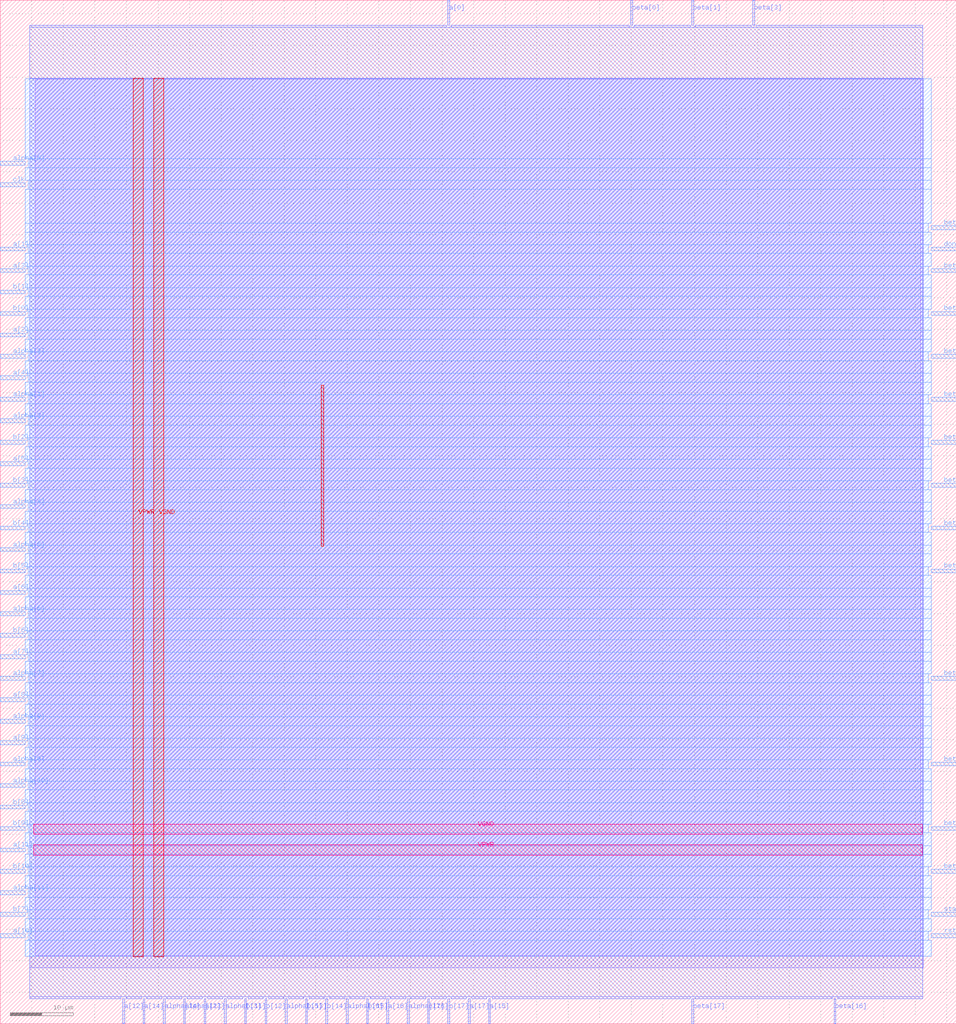
<source format=lef>
VERSION 5.7 ;
  NOWIREEXTENSIONATPIN ON ;
  DIVIDERCHAR "/" ;
  BUSBITCHARS "[]" ;
MACRO clarke
  CLASS BLOCK ;
  FOREIGN clarke ;
  ORIGIN 0.000 0.000 ;
  SIZE 151.470 BY 162.190 ;
  PIN VGND
    DIRECTION INOUT ;
    USE GROUND ;
    PORT
      LAYER met4 ;
        RECT 24.340 10.640 25.940 149.840 ;
    END
    PORT
      LAYER met5 ;
        RECT 5.280 30.030 146.060 31.630 ;
    END
  END VGND
  PIN VPWR
    DIRECTION INOUT ;
    USE POWER ;
    PORT
      LAYER met4 ;
        RECT 21.040 10.640 22.640 149.840 ;
    END
    PORT
      LAYER met5 ;
        RECT 5.280 26.730 146.060 28.330 ;
    END
  END VPWR
  PIN a[0]
    DIRECTION INPUT ;
    USE SIGNAL ;
    ANTENNAGATEAREA 0.126000 ;
    PORT
      LAYER met2 ;
        RECT 70.930 158.190 71.210 162.190 ;
    END
  END a[0]
  PIN a[10]
    DIRECTION INPUT ;
    USE SIGNAL ;
    ANTENNAGATEAREA 0.196500 ;
    PORT
      LAYER met3 ;
        RECT 0.000 13.640 4.000 14.240 ;
    END
  END a[10]
  PIN a[11]
    DIRECTION INPUT ;
    USE SIGNAL ;
    ANTENNAGATEAREA 0.196500 ;
    PORT
      LAYER met3 ;
        RECT 0.000 27.240 4.000 27.840 ;
    END
  END a[11]
  PIN a[12]
    DIRECTION INPUT ;
    USE SIGNAL ;
    ANTENNAGATEAREA 0.196500 ;
    PORT
      LAYER met2 ;
        RECT 19.410 0.000 19.690 4.000 ;
    END
  END a[12]
  PIN a[13]
    DIRECTION INPUT ;
    USE SIGNAL ;
    ANTENNAGATEAREA 0.196500 ;
    PORT
      LAYER met2 ;
        RECT 32.290 0.000 32.570 4.000 ;
    END
  END a[13]
  PIN a[14]
    DIRECTION INPUT ;
    USE SIGNAL ;
    ANTENNAGATEAREA 0.196500 ;
    PORT
      LAYER met2 ;
        RECT 22.630 0.000 22.910 4.000 ;
    END
  END a[14]
  PIN a[15]
    DIRECTION INPUT ;
    USE SIGNAL ;
    ANTENNAGATEAREA 0.196500 ;
    PORT
      LAYER met2 ;
        RECT 77.370 0.000 77.650 4.000 ;
    END
  END a[15]
  PIN a[16]
    DIRECTION INPUT ;
    USE SIGNAL ;
    ANTENNAGATEAREA 0.196500 ;
    PORT
      LAYER met2 ;
        RECT 61.270 0.000 61.550 4.000 ;
    END
  END a[16]
  PIN a[17]
    DIRECTION INPUT ;
    USE SIGNAL ;
    ANTENNAGATEAREA 0.213000 ;
    PORT
      LAYER met2 ;
        RECT 74.150 0.000 74.430 4.000 ;
    END
  END a[17]
  PIN a[1]
    DIRECTION INPUT ;
    USE SIGNAL ;
    ANTENNAGATEAREA 0.196500 ;
    PORT
      LAYER met3 ;
        RECT 0.000 122.440 4.000 123.040 ;
    END
  END a[1]
  PIN a[2]
    DIRECTION INPUT ;
    USE SIGNAL ;
    ANTENNAGATEAREA 0.495000 ;
    PORT
      LAYER met3 ;
        RECT 0.000 108.840 4.000 109.440 ;
    END
  END a[2]
  PIN a[3]
    DIRECTION INPUT ;
    USE SIGNAL ;
    ANTENNAGATEAREA 0.196500 ;
    PORT
      LAYER met3 ;
        RECT 0.000 119.040 4.000 119.640 ;
    END
  END a[3]
  PIN a[4]
    DIRECTION INPUT ;
    USE SIGNAL ;
    ANTENNAGATEAREA 0.196500 ;
    PORT
      LAYER met3 ;
        RECT 0.000 102.040 4.000 102.640 ;
    END
  END a[4]
  PIN a[5]
    DIRECTION INPUT ;
    USE SIGNAL ;
    ANTENNAGATEAREA 0.196500 ;
    PORT
      LAYER met3 ;
        RECT 0.000 88.440 4.000 89.040 ;
    END
  END a[5]
  PIN a[6]
    DIRECTION INPUT ;
    USE SIGNAL ;
    ANTENNAGATEAREA 0.196500 ;
    PORT
      LAYER met3 ;
        RECT 0.000 68.040 4.000 68.640 ;
    END
  END a[6]
  PIN a[7]
    DIRECTION INPUT ;
    USE SIGNAL ;
    ANTENNAGATEAREA 0.196500 ;
    PORT
      LAYER met3 ;
        RECT 0.000 57.840 4.000 58.440 ;
    END
  END a[7]
  PIN a[8]
    DIRECTION INPUT ;
    USE SIGNAL ;
    ANTENNAGATEAREA 0.196500 ;
    PORT
      LAYER met3 ;
        RECT 0.000 51.040 4.000 51.640 ;
    END
  END a[8]
  PIN a[9]
    DIRECTION INPUT ;
    USE SIGNAL ;
    ANTENNAGATEAREA 0.196500 ;
    PORT
      LAYER met3 ;
        RECT 0.000 44.240 4.000 44.840 ;
    END
  END a[9]
  PIN alpha[0]
    DIRECTION OUTPUT ;
    USE SIGNAL ;
    ANTENNADIFFAREA 0.795200 ;
    PORT
      LAYER met3 ;
        RECT 0.000 136.040 4.000 136.640 ;
    END
  END alpha[0]
  PIN alpha[10]
    DIRECTION OUTPUT ;
    USE SIGNAL ;
    ANTENNADIFFAREA 0.795200 ;
    PORT
      LAYER met3 ;
        RECT 0.000 37.440 4.000 38.040 ;
    END
  END alpha[10]
  PIN alpha[11]
    DIRECTION OUTPUT ;
    USE SIGNAL ;
    ANTENNADIFFAREA 0.795200 ;
    PORT
      LAYER met3 ;
        RECT 0.000 20.440 4.000 21.040 ;
    END
  END alpha[11]
  PIN alpha[12]
    DIRECTION OUTPUT ;
    USE SIGNAL ;
    ANTENNADIFFAREA 0.795200 ;
    PORT
      LAYER met2 ;
        RECT 29.070 0.000 29.350 4.000 ;
    END
  END alpha[12]
  PIN alpha[13]
    DIRECTION OUTPUT ;
    USE SIGNAL ;
    ANTENNADIFFAREA 0.795200 ;
    PORT
      LAYER met2 ;
        RECT 35.510 0.000 35.790 4.000 ;
    END
  END alpha[13]
  PIN alpha[14]
    DIRECTION OUTPUT ;
    USE SIGNAL ;
    ANTENNADIFFAREA 0.795200 ;
    PORT
      LAYER met2 ;
        RECT 25.850 0.000 26.130 4.000 ;
    END
  END alpha[14]
  PIN alpha[15]
    DIRECTION OUTPUT ;
    USE SIGNAL ;
    ANTENNADIFFAREA 0.795200 ;
    PORT
      LAYER met2 ;
        RECT 45.170 0.000 45.450 4.000 ;
    END
  END alpha[15]
  PIN alpha[16]
    DIRECTION OUTPUT ;
    USE SIGNAL ;
    ANTENNADIFFAREA 0.795200 ;
    PORT
      LAYER met2 ;
        RECT 54.830 0.000 55.110 4.000 ;
    END
  END alpha[16]
  PIN alpha[17]
    DIRECTION OUTPUT ;
    USE SIGNAL ;
    ANTENNADIFFAREA 0.795200 ;
    PORT
      LAYER met2 ;
        RECT 64.490 0.000 64.770 4.000 ;
    END
  END alpha[17]
  PIN alpha[1]
    DIRECTION OUTPUT ;
    USE SIGNAL ;
    ANTENNADIFFAREA 0.795200 ;
    PORT
      LAYER met3 ;
        RECT 0.000 98.640 4.000 99.240 ;
    END
  END alpha[1]
  PIN alpha[2]
    DIRECTION OUTPUT ;
    USE SIGNAL ;
    ANTENNADIFFAREA 0.795200 ;
    PORT
      LAYER met3 ;
        RECT 0.000 105.440 4.000 106.040 ;
    END
  END alpha[2]
  PIN alpha[3]
    DIRECTION OUTPUT ;
    USE SIGNAL ;
    ANTENNADIFFAREA 0.795200 ;
    PORT
      LAYER met3 ;
        RECT 0.000 95.240 4.000 95.840 ;
    END
  END alpha[3]
  PIN alpha[4]
    DIRECTION OUTPUT ;
    USE SIGNAL ;
    ANTENNADIFFAREA 0.795200 ;
    PORT
      LAYER met3 ;
        RECT 0.000 81.640 4.000 82.240 ;
    END
  END alpha[4]
  PIN alpha[5]
    DIRECTION OUTPUT ;
    USE SIGNAL ;
    ANTENNADIFFAREA 0.795200 ;
    PORT
      LAYER met3 ;
        RECT 0.000 74.840 4.000 75.440 ;
    END
  END alpha[5]
  PIN alpha[6]
    DIRECTION OUTPUT ;
    USE SIGNAL ;
    ANTENNADIFFAREA 0.795200 ;
    PORT
      LAYER met3 ;
        RECT 0.000 64.640 4.000 65.240 ;
    END
  END alpha[6]
  PIN alpha[7]
    DIRECTION OUTPUT ;
    USE SIGNAL ;
    ANTENNADIFFAREA 0.795200 ;
    PORT
      LAYER met3 ;
        RECT 0.000 54.440 4.000 55.040 ;
    END
  END alpha[7]
  PIN alpha[8]
    DIRECTION OUTPUT ;
    USE SIGNAL ;
    ANTENNADIFFAREA 0.795200 ;
    PORT
      LAYER met3 ;
        RECT 0.000 40.840 4.000 41.440 ;
    END
  END alpha[8]
  PIN alpha[9]
    DIRECTION OUTPUT ;
    USE SIGNAL ;
    ANTENNADIFFAREA 0.795200 ;
    PORT
      LAYER met3 ;
        RECT 0.000 47.640 4.000 48.240 ;
    END
  END alpha[9]
  PIN b[0]
    DIRECTION INPUT ;
    USE SIGNAL ;
    ANTENNAGATEAREA 0.196500 ;
    PORT
      LAYER met3 ;
        RECT 0.000 112.240 4.000 112.840 ;
    END
  END b[0]
  PIN b[10]
    DIRECTION INPUT ;
    USE SIGNAL ;
    ANTENNAGATEAREA 0.196500 ;
    PORT
      LAYER met3 ;
        RECT 0.000 23.840 4.000 24.440 ;
    END
  END b[10]
  PIN b[11]
    DIRECTION INPUT ;
    USE SIGNAL ;
    ANTENNAGATEAREA 0.196500 ;
    PORT
      LAYER met2 ;
        RECT 38.730 0.000 39.010 4.000 ;
    END
  END b[11]
  PIN b[12]
    DIRECTION INPUT ;
    USE SIGNAL ;
    ANTENNAGATEAREA 0.196500 ;
    PORT
      LAYER met2 ;
        RECT 41.950 0.000 42.230 4.000 ;
    END
  END b[12]
  PIN b[13]
    DIRECTION INPUT ;
    USE SIGNAL ;
    ANTENNAGATEAREA 0.196500 ;
    PORT
      LAYER met2 ;
        RECT 48.390 0.000 48.670 4.000 ;
    END
  END b[13]
  PIN b[14]
    DIRECTION INPUT ;
    USE SIGNAL ;
    ANTENNAGATEAREA 0.196500 ;
    PORT
      LAYER met2 ;
        RECT 51.610 0.000 51.890 4.000 ;
    END
  END b[14]
  PIN b[15]
    DIRECTION INPUT ;
    USE SIGNAL ;
    ANTENNAGATEAREA 0.196500 ;
    PORT
      LAYER met2 ;
        RECT 58.050 0.000 58.330 4.000 ;
    END
  END b[15]
  PIN b[16]
    DIRECTION INPUT ;
    USE SIGNAL ;
    ANTENNAGATEAREA 0.196500 ;
    PORT
      LAYER met2 ;
        RECT 67.710 0.000 67.990 4.000 ;
    END
  END b[16]
  PIN b[17]
    DIRECTION INPUT ;
    USE SIGNAL ;
    ANTENNAGATEAREA 0.196500 ;
    PORT
      LAYER met2 ;
        RECT 70.930 0.000 71.210 4.000 ;
    END
  END b[17]
  PIN b[1]
    DIRECTION INPUT ;
    USE SIGNAL ;
    ANTENNAGATEAREA 0.495000 ;
    PORT
      LAYER met3 ;
        RECT 0.000 115.640 4.000 116.240 ;
    END
  END b[1]
  PIN b[2]
    DIRECTION INPUT ;
    USE SIGNAL ;
    ANTENNAGATEAREA 0.196500 ;
    PORT
      LAYER met3 ;
        RECT 0.000 91.840 4.000 92.440 ;
    END
  END b[2]
  PIN b[3]
    DIRECTION INPUT ;
    USE SIGNAL ;
    ANTENNAGATEAREA 0.196500 ;
    PORT
      LAYER met3 ;
        RECT 0.000 85.040 4.000 85.640 ;
    END
  END b[3]
  PIN b[4]
    DIRECTION INPUT ;
    USE SIGNAL ;
    ANTENNAGATEAREA 0.196500 ;
    PORT
      LAYER met3 ;
        RECT 0.000 78.240 4.000 78.840 ;
    END
  END b[4]
  PIN b[5]
    DIRECTION INPUT ;
    USE SIGNAL ;
    ANTENNAGATEAREA 0.196500 ;
    PORT
      LAYER met3 ;
        RECT 0.000 71.440 4.000 72.040 ;
    END
  END b[5]
  PIN b[6]
    DIRECTION INPUT ;
    USE SIGNAL ;
    ANTENNAGATEAREA 0.196500 ;
    PORT
      LAYER met3 ;
        RECT 0.000 61.240 4.000 61.840 ;
    END
  END b[6]
  PIN b[7]
    DIRECTION INPUT ;
    USE SIGNAL ;
    ANTENNAGATEAREA 0.196500 ;
    PORT
      LAYER met3 ;
        RECT 0.000 17.040 4.000 17.640 ;
    END
  END b[7]
  PIN b[8]
    DIRECTION INPUT ;
    USE SIGNAL ;
    ANTENNAGATEAREA 0.196500 ;
    PORT
      LAYER met3 ;
        RECT 0.000 34.040 4.000 34.640 ;
    END
  END b[8]
  PIN b[9]
    DIRECTION INPUT ;
    USE SIGNAL ;
    ANTENNAGATEAREA 0.196500 ;
    PORT
      LAYER met3 ;
        RECT 0.000 30.640 4.000 31.240 ;
    END
  END b[9]
  PIN beta[0]
    DIRECTION OUTPUT ;
    USE SIGNAL ;
    ANTENNADIFFAREA 0.795200 ;
    PORT
      LAYER met2 ;
        RECT 99.910 158.190 100.190 162.190 ;
    END
  END beta[0]
  PIN beta[10]
    DIRECTION OUTPUT ;
    USE SIGNAL ;
    ANTENNADIFFAREA 0.445500 ;
    PORT
      LAYER met3 ;
        RECT 147.470 78.240 151.470 78.840 ;
    END
  END beta[10]
  PIN beta[11]
    DIRECTION OUTPUT ;
    USE SIGNAL ;
    ANTENNADIFFAREA 0.795200 ;
    PORT
      LAYER met3 ;
        RECT 147.470 71.440 151.470 72.040 ;
    END
  END beta[11]
  PIN beta[12]
    DIRECTION OUTPUT ;
    USE SIGNAL ;
    ANTENNADIFFAREA 0.795200 ;
    PORT
      LAYER met3 ;
        RECT 147.470 54.440 151.470 55.040 ;
    END
  END beta[12]
  PIN beta[13]
    DIRECTION OUTPUT ;
    USE SIGNAL ;
    ANTENNADIFFAREA 0.445500 ;
    PORT
      LAYER met3 ;
        RECT 147.470 40.840 151.470 41.440 ;
    END
  END beta[13]
  PIN beta[14]
    DIRECTION OUTPUT ;
    USE SIGNAL ;
    ANTENNADIFFAREA 0.445500 ;
    PORT
      LAYER met3 ;
        RECT 147.470 30.640 151.470 31.240 ;
    END
  END beta[14]
  PIN beta[15]
    DIRECTION OUTPUT ;
    USE SIGNAL ;
    ANTENNADIFFAREA 0.445500 ;
    PORT
      LAYER met3 ;
        RECT 147.470 23.840 151.470 24.440 ;
    END
  END beta[15]
  PIN beta[16]
    DIRECTION OUTPUT ;
    USE SIGNAL ;
    ANTENNADIFFAREA 0.795200 ;
    PORT
      LAYER met2 ;
        RECT 132.110 0.000 132.390 4.000 ;
    END
  END beta[16]
  PIN beta[17]
    DIRECTION OUTPUT ;
    USE SIGNAL ;
    ANTENNADIFFAREA 0.795200 ;
    PORT
      LAYER met2 ;
        RECT 109.570 0.000 109.850 4.000 ;
    END
  END beta[17]
  PIN beta[1]
    DIRECTION OUTPUT ;
    USE SIGNAL ;
    ANTENNADIFFAREA 0.795200 ;
    PORT
      LAYER met2 ;
        RECT 109.570 158.190 109.850 162.190 ;
    END
  END beta[1]
  PIN beta[2]
    DIRECTION OUTPUT ;
    USE SIGNAL ;
    ANTENNADIFFAREA 0.445500 ;
    PORT
      LAYER met3 ;
        RECT 147.470 125.840 151.470 126.440 ;
    END
  END beta[2]
  PIN beta[3]
    DIRECTION OUTPUT ;
    USE SIGNAL ;
    ANTENNADIFFAREA 0.795200 ;
    PORT
      LAYER met2 ;
        RECT 119.230 158.190 119.510 162.190 ;
    END
  END beta[3]
  PIN beta[4]
    DIRECTION OUTPUT ;
    USE SIGNAL ;
    ANTENNADIFFAREA 0.795200 ;
    PORT
      LAYER met3 ;
        RECT 147.470 119.040 151.470 119.640 ;
    END
  END beta[4]
  PIN beta[5]
    DIRECTION OUTPUT ;
    USE SIGNAL ;
    ANTENNADIFFAREA 0.445500 ;
    PORT
      LAYER met3 ;
        RECT 147.470 112.240 151.470 112.840 ;
    END
  END beta[5]
  PIN beta[6]
    DIRECTION OUTPUT ;
    USE SIGNAL ;
    ANTENNADIFFAREA 0.445500 ;
    PORT
      LAYER met3 ;
        RECT 147.470 105.440 151.470 106.040 ;
    END
  END beta[6]
  PIN beta[7]
    DIRECTION OUTPUT ;
    USE SIGNAL ;
    ANTENNADIFFAREA 0.795200 ;
    PORT
      LAYER met3 ;
        RECT 147.470 98.640 151.470 99.240 ;
    END
  END beta[7]
  PIN beta[8]
    DIRECTION OUTPUT ;
    USE SIGNAL ;
    ANTENNADIFFAREA 0.445500 ;
    PORT
      LAYER met3 ;
        RECT 147.470 91.840 151.470 92.440 ;
    END
  END beta[8]
  PIN beta[9]
    DIRECTION OUTPUT ;
    USE SIGNAL ;
    ANTENNADIFFAREA 0.795200 ;
    PORT
      LAYER met3 ;
        RECT 147.470 85.040 151.470 85.640 ;
    END
  END beta[9]
  PIN clk
    DIRECTION INPUT ;
    USE SIGNAL ;
    ANTENNAGATEAREA 0.852000 ;
    PORT
      LAYER met3 ;
        RECT 0.000 132.640 4.000 133.240 ;
    END
  END clk
  PIN done
    DIRECTION OUTPUT ;
    USE SIGNAL ;
    ANTENNADIFFAREA 0.795200 ;
    PORT
      LAYER met3 ;
        RECT 147.470 122.440 151.470 123.040 ;
    END
  END done
  PIN rstb
    DIRECTION INPUT ;
    USE SIGNAL ;
    ANTENNAGATEAREA 0.196500 ;
    PORT
      LAYER met3 ;
        RECT 147.470 13.640 151.470 14.240 ;
    END
  END rstb
  PIN start
    DIRECTION INPUT ;
    USE SIGNAL ;
    ANTENNAGATEAREA 0.196500 ;
    PORT
      LAYER met3 ;
        RECT 147.470 17.040 151.470 17.640 ;
    END
  END start
  OBS
      LAYER li1 ;
        RECT 5.520 10.795 145.820 149.685 ;
      LAYER met1 ;
        RECT 4.670 8.880 146.210 149.840 ;
      LAYER met2 ;
        RECT 4.690 157.910 70.650 158.190 ;
        RECT 71.490 157.910 99.630 158.190 ;
        RECT 100.470 157.910 109.290 158.190 ;
        RECT 110.130 157.910 118.950 158.190 ;
        RECT 119.790 157.910 146.190 158.190 ;
        RECT 4.690 4.280 146.190 157.910 ;
        RECT 4.690 4.000 19.130 4.280 ;
        RECT 19.970 4.000 22.350 4.280 ;
        RECT 23.190 4.000 25.570 4.280 ;
        RECT 26.410 4.000 28.790 4.280 ;
        RECT 29.630 4.000 32.010 4.280 ;
        RECT 32.850 4.000 35.230 4.280 ;
        RECT 36.070 4.000 38.450 4.280 ;
        RECT 39.290 4.000 41.670 4.280 ;
        RECT 42.510 4.000 44.890 4.280 ;
        RECT 45.730 4.000 48.110 4.280 ;
        RECT 48.950 4.000 51.330 4.280 ;
        RECT 52.170 4.000 54.550 4.280 ;
        RECT 55.390 4.000 57.770 4.280 ;
        RECT 58.610 4.000 60.990 4.280 ;
        RECT 61.830 4.000 64.210 4.280 ;
        RECT 65.050 4.000 67.430 4.280 ;
        RECT 68.270 4.000 70.650 4.280 ;
        RECT 71.490 4.000 73.870 4.280 ;
        RECT 74.710 4.000 77.090 4.280 ;
        RECT 77.930 4.000 109.290 4.280 ;
        RECT 110.130 4.000 131.830 4.280 ;
        RECT 132.670 4.000 146.190 4.280 ;
      LAYER met3 ;
        RECT 3.990 137.040 147.470 149.765 ;
        RECT 4.400 135.640 147.470 137.040 ;
        RECT 3.990 133.640 147.470 135.640 ;
        RECT 4.400 132.240 147.470 133.640 ;
        RECT 3.990 126.840 147.470 132.240 ;
        RECT 3.990 125.440 147.070 126.840 ;
        RECT 3.990 123.440 147.470 125.440 ;
        RECT 4.400 122.040 147.070 123.440 ;
        RECT 3.990 120.040 147.470 122.040 ;
        RECT 4.400 118.640 147.070 120.040 ;
        RECT 3.990 116.640 147.470 118.640 ;
        RECT 4.400 115.240 147.470 116.640 ;
        RECT 3.990 113.240 147.470 115.240 ;
        RECT 4.400 111.840 147.070 113.240 ;
        RECT 3.990 109.840 147.470 111.840 ;
        RECT 4.400 108.440 147.470 109.840 ;
        RECT 3.990 106.440 147.470 108.440 ;
        RECT 4.400 105.040 147.070 106.440 ;
        RECT 3.990 103.040 147.470 105.040 ;
        RECT 4.400 101.640 147.470 103.040 ;
        RECT 3.990 99.640 147.470 101.640 ;
        RECT 4.400 98.240 147.070 99.640 ;
        RECT 3.990 96.240 147.470 98.240 ;
        RECT 4.400 94.840 147.470 96.240 ;
        RECT 3.990 92.840 147.470 94.840 ;
        RECT 4.400 91.440 147.070 92.840 ;
        RECT 3.990 89.440 147.470 91.440 ;
        RECT 4.400 88.040 147.470 89.440 ;
        RECT 3.990 86.040 147.470 88.040 ;
        RECT 4.400 84.640 147.070 86.040 ;
        RECT 3.990 82.640 147.470 84.640 ;
        RECT 4.400 81.240 147.470 82.640 ;
        RECT 3.990 79.240 147.470 81.240 ;
        RECT 4.400 77.840 147.070 79.240 ;
        RECT 3.990 75.840 147.470 77.840 ;
        RECT 4.400 74.440 147.470 75.840 ;
        RECT 3.990 72.440 147.470 74.440 ;
        RECT 4.400 71.040 147.070 72.440 ;
        RECT 3.990 69.040 147.470 71.040 ;
        RECT 4.400 67.640 147.470 69.040 ;
        RECT 3.990 65.640 147.470 67.640 ;
        RECT 4.400 64.240 147.470 65.640 ;
        RECT 3.990 62.240 147.470 64.240 ;
        RECT 4.400 60.840 147.470 62.240 ;
        RECT 3.990 58.840 147.470 60.840 ;
        RECT 4.400 57.440 147.470 58.840 ;
        RECT 3.990 55.440 147.470 57.440 ;
        RECT 4.400 54.040 147.070 55.440 ;
        RECT 3.990 52.040 147.470 54.040 ;
        RECT 4.400 50.640 147.470 52.040 ;
        RECT 3.990 48.640 147.470 50.640 ;
        RECT 4.400 47.240 147.470 48.640 ;
        RECT 3.990 45.240 147.470 47.240 ;
        RECT 4.400 43.840 147.470 45.240 ;
        RECT 3.990 41.840 147.470 43.840 ;
        RECT 4.400 40.440 147.070 41.840 ;
        RECT 3.990 38.440 147.470 40.440 ;
        RECT 4.400 37.040 147.470 38.440 ;
        RECT 3.990 35.040 147.470 37.040 ;
        RECT 4.400 33.640 147.470 35.040 ;
        RECT 3.990 31.640 147.470 33.640 ;
        RECT 4.400 30.240 147.070 31.640 ;
        RECT 3.990 28.240 147.470 30.240 ;
        RECT 4.400 26.840 147.470 28.240 ;
        RECT 3.990 24.840 147.470 26.840 ;
        RECT 4.400 23.440 147.070 24.840 ;
        RECT 3.990 21.440 147.470 23.440 ;
        RECT 4.400 20.040 147.470 21.440 ;
        RECT 3.990 18.040 147.470 20.040 ;
        RECT 4.400 16.640 147.070 18.040 ;
        RECT 3.990 14.640 147.470 16.640 ;
        RECT 4.400 13.240 147.070 14.640 ;
        RECT 3.990 10.715 147.470 13.240 ;
      LAYER met4 ;
        RECT 50.895 75.655 51.225 101.145 ;
  END
END clarke
END LIBRARY


</source>
